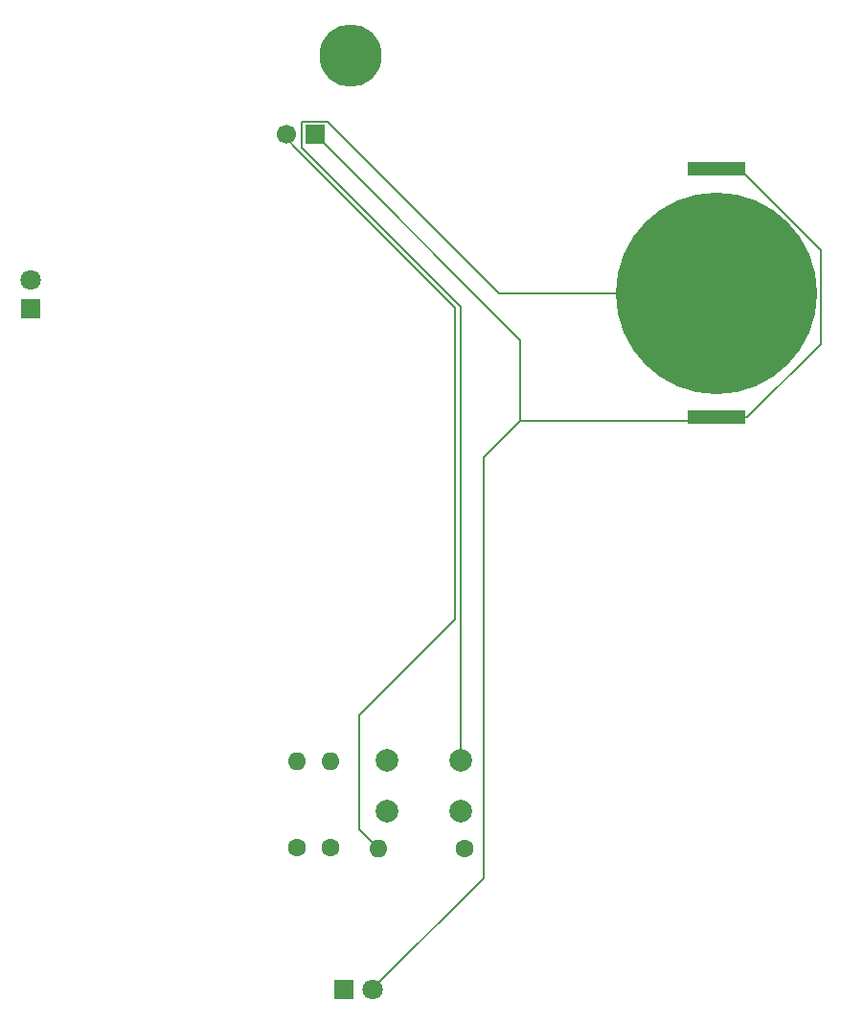
<source format=gbr>
%TF.GenerationSoftware,KiCad,Pcbnew,9.0.1*%
%TF.CreationDate,2025-04-28T16:37:28-06:00*%
%TF.ProjectId,Now were talkin,4e6f7720-7765-4726-9520-74616c6b696e,rev?*%
%TF.SameCoordinates,Original*%
%TF.FileFunction,Copper,L2,Bot*%
%TF.FilePolarity,Positive*%
%FSLAX46Y46*%
G04 Gerber Fmt 4.6, Leading zero omitted, Abs format (unit mm)*
G04 Created by KiCad (PCBNEW 9.0.1) date 2025-04-28 16:37:28*
%MOMM*%
%LPD*%
G01*
G04 APERTURE LIST*
%TA.AperFunction,ComponentPad*%
%ADD10R,1.800000X1.800000*%
%TD*%
%TA.AperFunction,ComponentPad*%
%ADD11C,1.800000*%
%TD*%
%TA.AperFunction,ComponentPad*%
%ADD12R,1.700000X1.700000*%
%TD*%
%TA.AperFunction,ComponentPad*%
%ADD13C,1.700000*%
%TD*%
%TA.AperFunction,ComponentPad*%
%ADD14C,2.000000*%
%TD*%
%TA.AperFunction,SMDPad,CuDef*%
%ADD15R,5.080000X1.270000*%
%TD*%
%TA.AperFunction,SMDPad,CuDef*%
%ADD16C,17.800000*%
%TD*%
%TA.AperFunction,ComponentPad*%
%ADD17C,1.600000*%
%TD*%
%TA.AperFunction,ComponentPad*%
%ADD18O,1.600000X1.600000*%
%TD*%
%TA.AperFunction,ViaPad*%
%ADD19C,5.500000*%
%TD*%
%TA.AperFunction,Conductor*%
%ADD20C,0.200000*%
%TD*%
G04 APERTURE END LIST*
D10*
%TO.P,D3,1,K*%
%TO.N,Net-(D3-K)*%
X140924867Y-108110290D03*
D11*
%TO.P,D3,2,A*%
%TO.N,Net-(BT2-+)*%
X140924867Y-105570290D03*
%TD*%
D10*
%TO.P,D4,1,K*%
%TO.N,Net-(D4-K)*%
X168632356Y-168204690D03*
D11*
%TO.P,D4,2,A*%
%TO.N,Net-(BT2-+)*%
X171172356Y-168204690D03*
%TD*%
D12*
%TO.P,M2,1,+*%
%TO.N,Net-(BT2-+)*%
X166072711Y-92718134D03*
D13*
%TO.P,M2,2,-*%
%TO.N,Net-(M2--)*%
X163532711Y-92718134D03*
%TD*%
D14*
%TO.P,SW2,1,1*%
%TO.N,Net-(R4-Pad2)*%
X172468314Y-152449588D03*
X178968314Y-152449588D03*
%TO.P,SW2,2,2*%
%TO.N,Net-(BT2--)*%
X172468314Y-147949588D03*
X178968314Y-147949588D03*
%TD*%
D15*
%TO.P,BT2,1,+*%
%TO.N,Net-(BT2-+)*%
X201572711Y-95733134D03*
X201572711Y-117703134D03*
D16*
%TO.P,BT2,2,-*%
%TO.N,Net-(BT2--)*%
X201572711Y-106718134D03*
%TD*%
D17*
%TO.P,R6,1*%
%TO.N,Net-(R4-Pad2)*%
X179280878Y-155733415D03*
D18*
%TO.P,R6,2*%
%TO.N,Net-(M2--)*%
X171660878Y-155733415D03*
%TD*%
D17*
%TO.P,R5,1*%
%TO.N,Net-(D4-K)*%
X167500000Y-155659275D03*
D18*
%TO.P,R5,2*%
%TO.N,Net-(R4-Pad2)*%
X167500000Y-148039275D03*
%TD*%
D17*
%TO.P,R4,1*%
%TO.N,Net-(D3-K)*%
X164500000Y-155659275D03*
D18*
%TO.P,R4,2*%
%TO.N,Net-(R4-Pad2)*%
X164500000Y-148039275D03*
%TD*%
D19*
%TO.N,*%
X169274652Y-85718134D03*
%TD*%
D20*
%TO.N,Net-(M2--)*%
X170000000Y-154072537D02*
X171660878Y-155733415D01*
X178500000Y-135500000D02*
X170000000Y-144000000D01*
X178500000Y-108014522D02*
X178500000Y-135500000D01*
X164520711Y-94035234D02*
X178500000Y-108014522D01*
X164520711Y-94020711D02*
X164520711Y-94035234D01*
X163532711Y-93032711D02*
X164520711Y-94020711D01*
X163532711Y-92718134D02*
X163532711Y-93032711D01*
X170000000Y-144000000D02*
X170000000Y-154072537D01*
%TO.N,Net-(BT2--)*%
X178526289Y-107473711D02*
X178968314Y-107915737D01*
X178968314Y-107915737D02*
X178968314Y-147949588D01*
X201572711Y-106718134D02*
X182374711Y-106718134D01*
X167223711Y-91567134D02*
X164921711Y-91567134D01*
X164921711Y-93869134D02*
X178526289Y-107473711D01*
X164921711Y-91567134D02*
X164921711Y-93869134D01*
X182374711Y-106718134D02*
X167223711Y-91567134D01*
%TO.N,Net-(BT2-+)*%
X181000000Y-158377046D02*
X181000000Y-121234728D01*
X201572711Y-117703134D02*
X201557711Y-117718134D01*
X201275845Y-118000000D02*
X201572711Y-117703134D01*
X166072711Y-92718134D02*
X166072711Y-93427289D01*
X210773711Y-111242134D02*
X204312711Y-117703134D01*
X210773711Y-102906955D02*
X210773711Y-111242134D01*
X203599890Y-95733134D02*
X201572711Y-95733134D01*
X166072711Y-92718134D02*
X184234728Y-110880151D01*
X181000000Y-121234728D02*
X184234728Y-118000000D01*
X204312711Y-117703134D02*
X201572711Y-117703134D01*
X210773711Y-102906955D02*
X203599890Y-95733134D01*
X171214457Y-168162589D02*
X181000000Y-158377046D01*
X184234728Y-118000000D02*
X201275845Y-118000000D01*
X184234728Y-110880151D02*
X184234728Y-118000000D01*
%TD*%
M02*

</source>
